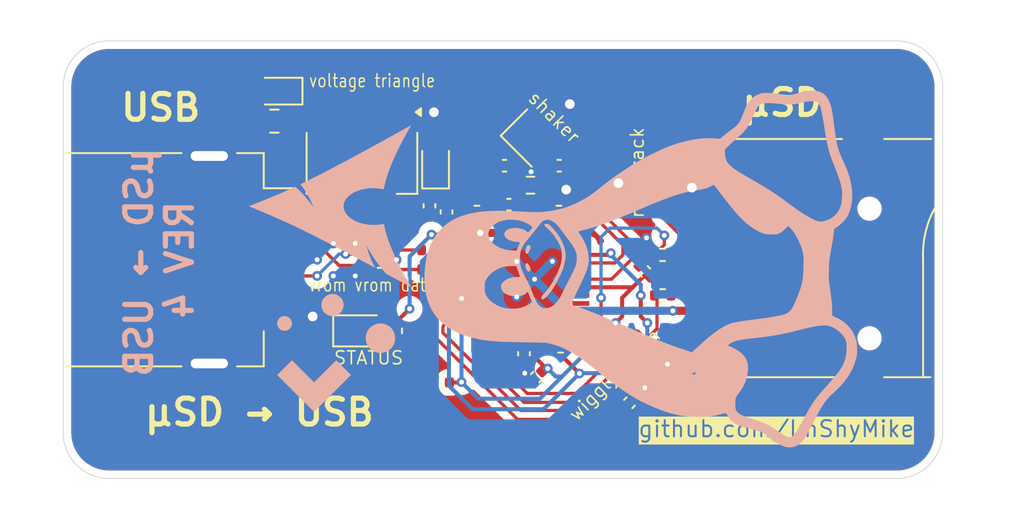
<source format=kicad_pcb>
(kicad_pcb (version 20241229) (generator "pcbnew") (generator_version "9.0")
  (layers (0 "F.Cu" signal) (2 "B.Cu" signal) (13 "F.Paste" user) (15 "B.Paste" user) (5 "F.SilkS" user "F.Silkscreen") (7 "B.SilkS" user "B.Silkscreen") (1 "F.Mask" user) (3 "B.Mask" user) (25 "Edge.Cuts" user))
  (net 0 "")
  (net 1 "GND")
  (net 2 "VDD3")
  (net 3 "Net-(IC1-VDD18)")
  (net 4 "Net-(IC1-VDD18PLL)")
  (net 5 "+3.3V")
  (net 6 "CRYSTAL2")
  (net 7 "CRYSTAL1")
  (net 8 "D+")
  (net 9 "Net-(J2-VBUS)")
  (net 10 "Net-(D2-A)")
  (net 11 "Net-(IC1-USB-)")
  (net 12 "Net-(IC1-RBIAS)")
  (net 13 "Net-(IC1-SD_WP)")
  (net 15 "SD_nCD")
  (net 17 "DAT0")
  (net 18 "SD_CMD")
  (net 19 "Net-(IC1-RESET_N)")
  (net 20 "DAT3")
  (net 22 "Net-(IC1-USB+)")
  (net 24 "DAT2")
  (net 28 "DAT1")
  (net 31 "Net-(IC1-LED)")
  (net 36 "VSS")
  (net 37 "SD_CLK")
  (net 39 "Net-(J1-CLK)")
  (net 40 "Net-(J1-CMD)")
  (net 41 "+5V")
  (net 42 "D-")
  (footprint "USBBB:QFN50P600X600X90-37N-D" (layer "F.Cu") (at 102.9 70.1)
    (property "Reference" "IC1" (hide yes))
    (property "Value" "USB2244I-AEZG-06-TR" (hide yes))
    (pad "1" smd rect (at -2.85 -2 90) (size 0.3 1.05) (layers "F.Cu" "F.Mask" "F.Paste") (net 31 "Net-(IC1-LED)"))
    (pad "2" smd rect (at -2.85 -1.5 90) (size 0.3 1.05) (layers "F.Cu" "F.Mask" "F.Paste") (net 22 "Net-(IC1-USB+)"))
    (pad "3" smd rect (at -2.85 -1 90) (size 0.3 1.05) (layers "F.Cu" "F.Mask" "F.Paste") (net 11 "Net-(IC1-USB-)"))
    (pad "4" smd rect (at -2.85 -0.5 90) (size 0.3 1.05) (layers "F.Cu" "F.Mask" "F.Paste") (net 28 "DAT1"))
    (pad "5" smd rect (at -2.85 0 90) (size 0.3 1.05) (layers "F.Cu" "F.Mask" "F.Paste") (net 17 "DAT0"))
    (pad "6" smd rect (at -2.85 0.5 90) (size 0.3 1.05) (layers "F.Cu" "F.Mask" "F.Paste") (net 2 "VDD3"))
    (pad "7" smd rect (at -2.85 1 90) (size 0.3 1.05) (layers "F.Cu" "F.Mask" "F.Paste"))
    (pad "8" smd rect (at -2.85 1.5 90) (size 0.3 1.05) (layers "F.Cu" "F.Mask" "F.Paste"))
    (pad "9" smd rect (at -2.85 2 90) (size 0.3 1.05) (layers "F.Cu" "F.Mask" "F.Paste") (net 37 "SD_CLK"))
    (pad "10" smd rect (at -2 2.85) (size 0.3 1.05) (layers "F.Cu" "F.Mask" "F.Paste"))
    (pad "11" smd rect (at -1.5 2.85) (size 0.3 1.05) (layers "F.Cu" "F.Mask" "F.Paste") (net 18 "SD_CMD"))
    (pad "12" smd rect (at -1 2.85) (size 0.3 1.05) (layers "F.Cu" "F.Mask" "F.Paste"))
    (pad "13" smd rect (at -0.5 2.85) (size 0.3 1.05) (layers "F.Cu" "F.Mask" "F.Paste") (net 3 "Net-(IC1-VDD18)"))
    (pad "14" smd rect (at 0 2.85) (size 0.3 1.05) (layers "F.Cu" "F.Mask" "F.Paste") (net 2 "VDD3"))
    (pad "15" smd rect (at 0.5 2.85) (size 0.3 1.05) (layers "F.Cu" "F.Mask" "F.Paste"))
    (pad "16" smd rect (at 1 2.85) (size 0.3 1.05) (layers "F.Cu" "F.Mask" "F.Paste"))
    (pad "17" smd rect (at 1.5 2.85) (size 0.3 1.05) (layers "F.Cu" "F.Mask" "F.Paste"))
    (pad "18" smd rect (at 2 2.85) (size 0.3 1.05) (layers "F.Cu" "F.Mask" "F.Paste") (net 19 "Net-(IC1-RESET_N)"))
    (pad "19" smd rect (at 2.85 2 90) (size 0.3 1.05) (layers "F.Cu" "F.Mask" "F.Paste"))
    (pad "20" smd rect (at 2.85 1.5 90) (size 0.3 1.05) (layers "F.Cu" "F.Mask" "F.Paste"))
    (pad "21" smd rect (at 2.85 1 90) (size 0.3 1.05) (layers "F.Cu" "F.Mask" "F.Paste"))
    (pad "22" smd rect (at 2.85 0.5 90) (size 0.3 1.05) (layers "F.Cu" "F.Mask" "F.Paste") (net 2 "VDD3"))
    (pad "23" smd rect (at 2.85 0 90) (size 0.3 1.05) (layers "F.Cu" "F.Mask" "F.Paste") (net 20 "DAT3"))
    (pad "24" smd rect (at 2.85 -0.5 90) (size 0.3 1.05) (layers "F.Cu" "F.Mask" "F.Paste"))
    (pad "25" smd rect (at 2.85 -1 90) (size 0.3 1.05) (layers "F.Cu" "F.Mask" "F.Paste") (net 24 "DAT2"))
    (pad "26" smd rect (at 2.85 -1.5 90) (size 0.3 1.05) (layers "F.Cu" "F.Mask" "F.Paste") (net 15 "SD_nCD"))
    (pad "27" smd rect (at 2.85 -2 90) (size 0.3 1.05) (layers "F.Cu" "F.Mask" "F.Paste"))
    (pad "28" smd rect (at 2 -2.85) (size 0.3 1.05) (layers "F.Cu" "F.Mask" "F.Paste") (net 1 "GND"))
    (pad "29" smd rect (at 1.5 -2.85) (size 0.3 1.05) (layers "F.Cu" "F.Mask" "F.Paste"))
    (pad "30" smd rect (at 1 -2.85) (size 0.3 1.05) (layers "F.Cu" "F.Mask" "F.Paste") (net 13 "Net-(IC1-SD_WP)"))
    (pad "31" smd rect (at 0.5 -2.85) (size 0.3 1.05) (layers "F.Cu" "F.Mask" "F.Paste"))
    (pad "32" smd rect (at 0 -2.85) (size 0.3 1.05) (layers "F.Cu" "F.Mask" "F.Paste") (net 6 "CRYSTAL2"))
    (pad "33" smd rect (at -0.5 -2.85) (size 0.3 1.05) (layers "F.Cu" "F.Mask" "F.Paste") (net 7 "CRYSTAL1"))
    (pad "34" smd rect (at -1 -2.85) (size 0.3 1.05) (layers "F.Cu" "F.Mask" "F.Paste") (net 4 "Net-(IC1-VDD18PLL)"))
    (pad "35" smd rect (at -1.5 -2.85) (size 0.3 1.05) (layers "F.Cu" "F.Mask" "F.Paste") (net 12 "Net-(IC1-RBIAS)"))
    (pad "36" smd rect (at -2 -2.85) (size 0.3 1.05) (layers "F.Cu" "F.Mask" "F.Paste") (net 5 "+3.3V"))
    (pad "37" smd rect (at 0 0) (size 4.2 4.2) (layers "F.Cu" "F.Mask" "F.Paste") (net 36 "VSS"))
  )
  (footprint "Capacitor_SMD:C_0402_1005Metric" (layer "F.Cu") (at 102.25 74.7 -90)
    (property "Reference" "C6" (hide yes))
    (property "Value" "1uF >0.1O")
    (pad "1" smd roundrect (at -0.48 0 270) (size 0.56 0.62) (layers "F.Cu" "F.Mask" "F.Paste") (net 3 "Net-(IC1-VDD18)"))
    (pad "2" smd roundrect (at 0.48 0 270) (size 0.56 0.62) (layers "F.Cu" "F.Mask" "F.Paste") (net 1 "GND"))
  )
  (footprint "Crystal:Crystal_SMD_2016-4Pin_2.0x1.6mm" (layer "F.Cu") (at 102.583883 61.393934 -45)
    (property "Reference" "Y2" (hide yes))
    (property "Value" "Crystal 24MHz (±350 ppm)" (hide yes))
    (pad "1" smd rect (at -0.7 0.55 315) (size 0.9 0.8) (layers "F.Cu" "F.Mask" "F.Paste") (net 7 "CRYSTAL1"))
    (pad "2" smd rect (at 0.7 0.55 315) (size 0.9 0.8) (layers "F.Cu" "F.Mask" "F.Paste") (net 1 "GND"))
    (pad "3" smd rect (at 0.7 -0.55 315) (size 0.9 0.8) (layers "F.Cu" "F.Mask" "F.Paste") (net 6 "CRYSTAL2"))
    (pad "4" smd rect (at -0.7 -0.55 315) (size 0.9 0.8) (layers "F.Cu" "F.Mask" "F.Paste") (net 1 "GND"))
  )
  (footprint "Resistor_SMD:R_0603_1608Metric" (layer "F.Cu") (at 102.65 64.3 180)
    (property "Reference" "R1" (hide yes))
    (property "Value" "1M")
    (pad "1" smd roundrect (at -0.825 0 180) (size 0.8 0.95) (layers "F.Cu" "F.Mask" "F.Paste") (net 6 "CRYSTAL2"))
    (pad "2" smd roundrect (at 0.825 0 180) (size 0.8 0.95) (layers "F.Cu" "F.Mask" "F.Paste") (net 7 "CRYSTAL1"))
  )
  (footprint "Capacitor_SMD:C_0402_1005Metric" (layer "F.Cu") (at 96.425 65.575 -90)
    (property "Reference" "C9" (hide yes))
    (property "Value" "10uF")
    (pad "1" smd roundrect (at -0.48 0 270) (size 0.56 0.62) (layers "F.Cu" "F.Mask" "F.Paste") (net 1 "GND"))
    (pad "2" smd roundrect (at 0.48 0 270) (size 0.56 0.62) (layers "F.Cu" "F.Mask" "F.Paste") (net 5 "+3.3V"))
  )
  (footprint "Capacitor_SMD:C_0402_1005Metric" (layer "F.Cu") (at 101.32 65.5 180)
    (property "Reference" "C7" (hide yes))
    (property "Value" "1uF >0.1O")
    (pad "1" smd roundrect (at -0.48 0 180) (size 0.56 0.62) (layers "F.Cu" "F.Mask" "F.Paste") (net 4 "Net-(IC1-VDD18PLL)"))
    (pad "2" smd roundrect (at 0.48 0 180) (size 0.56 0.62) (layers "F.Cu" "F.Mask" "F.Paste") (net 1 "GND"))
  )
  (footprint "Capacitor_Tantalum_SMD:CP_EIA-1608-08_AVX-J" (layer "F.Cu") (at 87.075 58.5 180)
    (property "Reference" "C1" (hide yes))
    (property "Value" "10u")
    (pad "1" smd roundrect (at -0.715 0 180) (size 1.09 1.13) (layers "F.Cu" "F.Mask" "F.Paste") (roundrect_rratio 0.229358) (net 41 "+5V"))
    (pad "2" smd roundrect (at 0.715 0 180) (size 1.09 1.13) (layers "F.Cu" "F.Mask" "F.Paste") (roundrect_rratio 0.229358) (net 1 "GND"))
  )
  (footprint "Resistor_SMD:R_0402_1005Metric" (layer "F.Cu") (at 104.5 74.25)
    (property "Reference" "R8" (hide yes))
    (property "Value" "10k")
    (pad "1" smd roundrect (at -0.51 0) (size 0.54 0.64) (layers "F.Cu" "F.Mask" "F.Paste") (net 5 "+3.3V"))
    (pad "2" smd roundrect (at 0.51 0) (size 0.54 0.64) (layers "F.Cu" "F.Mask" "F.Paste") (net 19 "Net-(IC1-RESET_N)"))
  )
  (footprint "Resistor_SMD:R_0402_1005Metric" (layer "F.Cu") (at 96.45 69.5)
    (property "Reference" "R5" (hide yes))
    (property "Value" "15")
    (pad "1" smd roundrect (at -0.51 0) (size 0.54 0.64) (layers "F.Cu" "F.Mask" "F.Paste") (net 42 "D-"))
    (pad "2" smd roundrect (at 0.51 0) (size 0.54 0.64) (layers "F.Cu" "F.Mask" "F.Paste") (net 11 "Net-(IC1-USB-)"))
  )
  (footprint "Capacitor_SMD:C_0402_1005Metric" (layer "F.Cu") (at 108.75 77.725 -135)
    (property "Reference" "C10" (hide yes))
    (property "Value" "0.1uF")
    (pad "1" smd roundrect (at -0.48 0 225) (size 0.56 0.62) (layers "F.Cu" "F.Mask" "F.Paste") (net 5 "+3.3V"))
    (pad "2" smd roundrect (at 0.48 0 225) (size 0.56 0.62) (layers "F.Cu" "F.Mask" "F.Paste") (net 1 "GND"))
  )
  (footprint "Capacitor_SMD:C_0402_1005Metric" (layer "F.Cu") (at 101.05 63.1)
    (property "Reference" "C12" (hide yes))
    (property "Value" "Ceramic 12 pF ± 5%")
    (pad "1" smd roundrect (at -0.48 0) (size 0.56 0.62) (layers "F.Cu" "F.Mask" "F.Paste") (net 1 "GND"))
    (pad "2" smd roundrect (at 0.48 0) (size 0.56 0.62) (layers "F.Cu" "F.Mask" "F.Paste") (net 7 "CRYSTAL1"))
  )
  (footprint "Fuse:Fuse_0805_2012Metric" (layer "F.Cu") (at 86.8625 60.35)
    (property "Reference" "F1" (hide yes))
    (property "Value" "Polyfuse")
    (pad "1" smd roundrect (at -0.9375 0) (size 0.975 1.4) (layers "F.Cu" "F.Mask" "F.Paste") (net 9 "Net-(J2-VBUS)"))
    (pad "2" smd roundrect (at 0.9375 0) (size 0.975 1.4) (layers "F.Cu" "F.Mask" "F.Paste") (net 41 "+5V"))
  )
  (footprint "Capacitor_SMD:C_0402_1005Metric" (layer "F.Cu") (at 104.42 63.1)
    (property "Reference" "C11" (hide yes))
    (property "Value" "Ceramic 12 pF ± 5%")
    (pad "1" smd roundrect (at -0.48 0) (size 0.56 0.62) (layers "F.Cu" "F.Mask" "F.Paste") (net 6 "CRYSTAL2"))
    (pad "2" smd roundrect (at 0.48 0) (size 0.56 0.62) (layers "F.Cu" "F.Mask" "F.Paste") (net 1 "GND"))
  )
  (footprint "Resistor_SMD:R_0402_1005Metric" (layer "F.Cu") (at 110.8 71.1)
    (property "Reference" "R2" (hide yes))
    (property "Value" "90")
    (pad "1" smd roundrect (at -0.51 0) (size 0.54 0.64) (layers "F.Cu" "F.Mask" "F.Paste") (net 37 "SD_CLK"))
    (pad "2" smd roundrect (at 0.51 0) (size 0.54 0.64) (layers "F.Cu" "F.Mask" "F.Paste") (net 39 "Net-(J1-CLK)"))
  )
  (footprint "LED_SMD:LED_0805_2012Metric" (layer "F.Cu") (at 92.175 73.29)
    (property "Reference" "D2" (hide yes))
    (property "Value" "LED")
    (pad "1" smd roundrect (at -0.9375 0) (size 0.975 1.4) (layers "F.Cu" "F.Mask" "F.Paste") (net 1 "GND"))
    (pad "2" smd roundrect (at 0.9375 0) (size 0.975 1.4) (layers "F.Cu" "F.Mask" "F.Paste") (net 10 "Net-(D2-A)"))
  )
  (footprint "Resistor_SMD:R_0402_1005Metric" (layer "F.Cu") (at 104.4 65.95)
    (property "Reference" "R9" (hide yes))
    (property "Value" "10k")
    (pad "1" smd roundrect (at -0.51 0) (size 0.54 0.64) (layers "F.Cu" "F.Mask" "F.Paste") (net 13 "Net-(IC1-SD_WP)"))
    (pad "2" smd roundrect (at 0.51 0) (size 0.54 0.64) (layers "F.Cu" "F.Mask" "F.Paste") (net 1 "GND"))
  )
  (footprint "Capacitor_SMD:C_0402_1005Metric" (layer "F.Cu") (at 97.475 65.95 90)
    (property "Reference" "C8" (hide yes))
    (property "Value" "1uF >0.1O")
    (pad "1" smd roundrect (at -0.48 0 90) (size 0.56 0.62) (layers "F.Cu" "F.Mask" "F.Paste") (net 5 "+3.3V"))
    (pad "2" smd roundrect (at 0.48 0 90) (size 0.56 0.62) (layers "F.Cu" "F.Mask" "F.Paste") (net 1 "GND"))
  )
  (footprint "Random:TF-015" (layer "F.Cu") (at 113.05 68.8 90)
    (property "Reference" "J1" (hide yes))
    (property "Value" "Micro_SD_Card_Det1")
    (pad "" np_thru_hole circle (at -4.95 10.5 90) (size 1 1) (drill 1) (layers "*.Cu" "*.Mask"))
    (pad "" np_thru_hole circle (at 3.05 10.5 90) (size 1 1) (drill 1) (layers "*.Cu" "*.Mask"))
    (pad "1" smd rect (at 2.25 0 90) (size 0.7 1.6) (layers "F.Cu" "F.Mask" "F.Paste") (net 24 "DAT2"))
    (pad "2" smd rect (at 1.15 0 90) (size 0.7 1.6) (layers "F.Cu" "F.Mask" "F.Paste") (net 20 "DAT3"))
    (pad "3" smd rect (at 0.05 0 90) (size 0.7 1.6) (layers "F.Cu" "F.Mask" "F.Paste") (net 40 "Net-(J1-CMD)"))
    (pad "4" smd rect (at -1.05 0 90) (size 0.7 1.6) (layers "F.Cu" "F.Mask" "F.Paste") (net 2 "VDD3"))
    (pad "5" smd rect (at -2.15 0 90) (size 0.7 1.6) (layers "F.Cu" "F.Mask" "F.Paste") (net 39 "Net-(J1-CLK)"))
    (pad "6" smd rect (at -3.25 0 90) (size 0.7 1.6) (layers "F.Cu" "F.Mask" "F.Paste") (net 36 "VSS"))
    (pad "7" smd rect (at -4.35 0 90) (size 0.7 1.6) (layers "F.Cu" "F.Mask" "F.Paste") (net 17 "DAT0"))
    (pad "8" smd rect (at -5.45 0 90) (size 0.7 1.6) (layers "F.Cu" "F.Mask" "F.Paste") (net 28 "DAT1"))
    (pad "9" smd rect (at -6.55 0 90) (size 0.7 1.6) (layers "F.Cu" "F.Mask" "F.Paste") (net 15 "SD_nCD"))
    (pad "10" smd rect (at -7.75 0.5 90) (size 1.2 1.4) (layers "F.Cu" "F.Mask" "F.Paste") (net 1 "GND"))
    (pad "10" smd rect (at -7.75 10.1 90) (size 1.2 2.2) (layers "F.Cu" "F.Mask" "F.Paste") (net 1 "GND"))
    (pad "10" smd rect (at 6.85 0.5 90) (size 1.6 1.4) (layers "F.Cu" "F.Mask" "F.Paste") (net 1 "GND"))
    (pad "10" smd rect (at 7.75 10.1 90) (size 1.2 2.2) (layers "F.Cu" "F.Mask" "F.Paste") (net 1 "GND"))
  )
  (footprint "Resistor_SMD:R_0402_1005Metric" (layer "F.Cu") (at 99.35 65.95 180)
    (property "Reference" "R6" (hide yes))
    (property "Value" "12k 1%")
    (pad "1" smd roundrect (at -0.51 0 180) (size 0.54 0.64) (layers "F.Cu" "F.Mask" "F.Paste") (net 12 "Net-(IC1-RBIAS)"))
    (pad "2" smd roundrect (at 0.51 0 180) (size 0.54 0.64) (layers "F.Cu" "F.Mask" "F.Paste") (net 1 "GND"))
  )
  (footprint "Capacitor_SMD:C_0402_1005Metric" (layer "F.Cu") (at 103.010589 76.139411 45)
    (property "Reference" "C3" (hide yes))
    (property "Value" "0.1uF")
    (pad "1" smd roundrect (at -0.48 0 45) (size 0.56 0.62) (layers "F.Cu" "F.Mask" "F.Paste") (net 1 "GND"))
    (pad "2" smd roundrect (at 0.48 0 45) (size 0.56 0.62) (layers "F.Cu" "F.Mask" "F.Paste") (net 2 "VDD3"))
  )
  (footprint "Connector_USB:USB_A_Receptacle_GCT_USB1046" (layer "F.Cu") (at 79.3 68.9 -90)
    (property "Reference" "J2" (hide yes))
    (property "Value" "USB_A")
    (pad "1" smd roundrect (at -3.5 -7.25 270) (size 1.3 3) (layers "F.Cu" "F.Mask" "F.Paste") (net 9 "Net-(J2-VBUS)"))
    (pad "2" smd roundrect (at -1 -7.25 270) (size 1.3 3) (layers "F.Cu" "F.Mask" "F.Paste") (net 42 "D-"))
    (pad "3" smd roundrect (at 1 -7.25 270) (size 1.3 3) (layers "F.Cu" "F.Mask" "F.Paste") (net 8 "D+"))
    (pad "4" smd roundrect (at 3.5 -7.25 270) (size 1.3 3) (layers "F.Cu" "F.Mask" "F.Paste") (net 1 "GND"))
    (pad "5" thru_hole oval (at -6.4 -3.55 270) (size 1.2 2.9) (drill oval 0.6 2.3) (property pad_prop_heatsink) (layers "*.Cu" "*.Mask") (net 1 "GND"))
    (pad "5" thru_hole oval (at 6.4 -3.55 270) (size 1.2 2.9) (drill oval 0.6 2.3) (property pad_prop_heatsink) (layers "*.Cu" "*.Mask") (net 1 "GND"))
  )
  (footprint "Resistor_SMD:R_0402_1005Metric" (layer "F.Cu") (at 94.35 73.29 90)
    (property "Reference" "R7" (hide yes))
    (property "Value" "1k")
    (pad "1" smd roundrect (at -0.51 0 90) (size 0.54 0.64) (layers "F.Cu" "F.Mask" "F.Paste") (net 10 "Net-(D2-A)"))
    (pad "2" smd roundrect (at 0.51 0 90) (size 0.54 0.64) (layers "F.Cu" "F.Mask" "F.Paste") (net 31 "Net-(IC1-LED)"))
  )
  (footprint "Capacitor_SMD:C_0402_1005Metric" (layer "F.Cu") (at 97.175 76.475 180)
    (property "Reference" "C4" (hide yes))
    (property "Value" "0.1uF")
    (pad "1" smd roundrect (at -0.48 0 180) (size 0.56 0.62) (layers "F.Cu" "F.Mask" "F.Paste") (net 2 "VDD3"))
    (pad "2" smd roundrect (at 0.48 0 180) (size 0.56 0.62) (layers "F.Cu" "F.Mask" "F.Paste") (net 1 "GND"))
  )
  (footprint "Resistor_SMD:R_0402_1005Metric" (layer "F.Cu") (at 111.15 76.8)
    (property "Reference" "R10" (hide yes))
    (property "Value" "10k")
    (pad "1" smd roundrect (at -0.51 0) (size 0.54 0.64) (layers "F.Cu" "F.Mask" "F.Paste") (net 5 "+3.3V"))
    (pad "2" smd roundrect (at 0.51 0) (size 0.54 0.64) (layers "F.Cu" "F.Mask" "F.Paste") (net 15 "SD_nCD"))
  )
  (footprint "Capacitor_Tantalum_SMD:CP_EIA-1608-08_AVX-J" (layer "F.Cu") (at 96.8 62.985 90)
    (property "Reference" "C2" (hide yes))
    (property "Value" "22u")
    (pad "1" smd roundrect (at -0.715 0 90) (size 1.09 1.13) (layers "F.Cu" "F.Mask" "F.Paste") (roundrect_rratio 0.229358) (net 5 "+3.3V"))
    (pad "2" smd roundrect (at 0.715 0 90) (size 1.09 1.13) (layers "F.Cu" "F.Mask" "F.Paste") (roundrect_rratio 0.229358) (net 1 "GND"))
  )
  (footprint "Package_TO_SOT_SMD:SOT-223-3_TabPin2" (layer "F.Cu") (at 92.2625 62.925 -90)
    (property "Reference" "U1" (hide yes))
    (property "Value" "LM1117MP-3.3")
    (pad "1" smd roundrect (at -3.15 -2.3 270) (size 2 1.5) (layers "F.Cu" "F.Mask" "F.Paste") (net 1 "GND"))
    (pad "2" smd roundrect (at -3.15 0 270) (size 2 1.5) (layers "F.Cu" "F.Mask" "F.Paste") (net 5 "+3.3V"))
    (pad "2" smd roundrect (at 3.15 0 270) (size 2 3.8) (layers "F.Cu" "F.Mask" "F.Paste") (net 5 "+3.3V"))
    (pad "3" smd roundrect (at -3.15 2.3 270) (size 2 1.5) (layers "F.Cu" "F.Mask" "F.Paste") (net 41 "+5V"))
  )
  (footprint "Resistor_SMD:R_0402_1005Metric" (layer "F.Cu") (at 96.45 68.3)
    (property "Reference" "R4" (hide yes))
    (property "Value" "15")
    (pad "1" smd roundrect (at -0.51 0) (size 0.54 0.64) (layers "F.Cu" "F.Mask" "F.Paste") (net 8 "D+"))
    (pad "2" smd roundrect (at 0.51 0) (size 0.54 0.64) (layers "F.Cu" "F.Mask" "F.Paste") (net 22 "Net-(IC1-USB+)"))
  )
  (footprint "Capacitor_SMD:C_0402_1005Metric" (layer "F.Cu") (at 109.7 69.623726 135)
    (property "Reference" "C5" (hide yes))
    (property "Value" "0.1uF")
    (pad "1" smd roundrect (at -0.48 0 135) (size 0.56 0.62) (layers "F.Cu" "F.Mask" "F.Paste") (net 2 "VDD3"))
    (pad "2" smd roundrect (at 0.48 0 135) (size 0.56 0.62) (layers "F.Cu" "F.Mask" "F.Paste") (net 1 "GND"))
  )
  (footprint "ESDDD:SOTFL35P100X50-3N" (layer "F.Cu") (at 93.2 68.9)
    (property "Reference" "D1" (hide yes))
    (property "Value" "TPD2EUSB30DRTR")
    (pad "1" smd roundrect (at -0.52 -0.35) (size 0.46 0.2) (layers "F.Cu" "F.Mask" "F.Paste") (roundrect_rratio 0.125) (net 8 "D+"))
    (pad "2" smd roundrect (at -0.52 0.35) (size 0.46 0.2) (layers "F.Cu" "F.Mask" "F.Paste") (roundrect_rratio 0.125) (net 42 "D-"))
    (pad "3" smd roundrect (at 0.52 0) (size 0.46 0.2) (layers "F.Cu" "F.Mask" "F.Paste") (roundrect_rratio 0.125) (net 1 "GND"))
  )
  (footprint "Resistor_SMD:R_0402_1005Metric" (layer "F.Cu") (at 110.79 68.6)
    (property "Reference" "R3" (hide yes))
    (property "Value" "10k")
    (pad "1" smd roundrect (at -0.51 0) (size 0.54 0.64) (layers "F.Cu" "F.Mask" "F.Paste") (net 18 "SD_CMD"))
    (pad "2" smd roundrect (at 0.51 0) (size 0.54 0.64) (layers "F.Cu" "F.Mask" "F.Paste") (net 40 "Net-(J1-CMD)"))
  )
  (footprint "LOGO" (layer "B.Cu") (at 90.3 65.6 -90)
    (property "Reference" "G***" (hide yes))
    (property "Value" "LOGO" (hide yes))
  )
  (footprint "LOGO" (layer "B.Cu") (at 90.675 74.65 -90)
    (property "Reference" "G***" (hide yes))
    (property "Value" "LOGO" (hide yes))
  )
  (footprint "LOGO" (layer "B.Cu") (at 109.45 69.475 -90)
    (property "Reference" "G***" (hide yes))
    (property "Value" "LOGO" (hide yes))
  )
  (gr_arc (start 128.05 79.575) (mid 127.222577 81.572577) (end 125.225 82.4) (stroke (width 0.05)) (layer "Edge.Cuts"))
  (gr_arc (start 125.225 55.4) (mid 127.222577 56.227423) (end 128.05 58.225) (stroke (width 0.05)) (layer "Edge.Cuts"))
  (gr_arc (start 73.847577 58.222577) (mid 74.675 56.225) (end 76.672577 55.397577) (stroke (width 0.05)) (layer "Edge.Cuts"))
  (gr_line (start 125.225 55.4) (end 76.672577 55.4) (stroke (width 0.05)) (layer "Edge.Cuts"))
  (gr_line (start 76.6726 82.4) (end 125.225 82.4) (stroke (width 0.05)) (layer "Edge.Cuts"))
  (gr_line (start 73.847577 58.2226) (end 73.847577 79.575) (stroke (width 0.05)) (layer "Edge.Cuts"))
  (gr_line (start 128.05 79.575) (end 128.05 58.225) (stroke (width 0.05)) (layer "Edge.Cuts"))
  (gr_arc (start 76.672577 82.4) (mid 74.675 81.572577) (end 73.847577 79.575) (stroke (width 0.05)) (layer "Edge.Cuts"))
  (gr_text "µSD → USB" (at 78.725 79.25 0) (layer "F.SilkS") (effects (font (size 1.6 1.6) (thickness 0.32) (bold yes)) (justify left bottom)))
  (gr_text "vrom vrom data line" (at 88.9 70.925 0) (layer "F.SilkS") (effects (font (size 0.8 0.65) (thickness 0.0875)) (justify left bottom)))
  (gr_text "STATUS" (at 90.475 75.425 0) (layer "F.SilkS") (effects (font (size 0.8 0.8) (thickness 0.1)) (justify left bottom)))
  (gr_text "µSD" (at 115.55 60.15 0) (layer "F.SilkS") (effects (font (size 1.6 1.6) (thickness 0.32) (bold yes)) (justify left bottom)))
  (gr_text "shaker" (at 102.35 59 315) (layer "F.SilkS") (effects (font (size 0.8 0.8) (thickness 0.1)) (justify left bottom)))
  (gr_text "wiggly worm" (at 105.5 79 45) (layer "F.SilkS") (effects (font (size 0.8 0.8) (thickness 0.1)) (justify left bottom)))
  (gr_text "racetrack" (at 109.7 66.4 90) (layer "F.SilkS") (effects (font (size 0.8 0.8) (thickness 0.1)) (justify left bottom)))
  (gr_text "USB" (at 77.25 60.45 0) (layer "F.SilkS") (effects (font (size 1.6 1.6) (thickness 0.32) (bold yes)) (justify left bottom)))
  (gr_text "voltage triangle" (at 88.95 58.325 0) (layer "F.SilkS") (effects (font (size 0.8 0.65) (thickness 0.0875)) (justify left bottom)))
  (gr_text "github.com/ImShyMike" (at 109.225 79.925 0) (layer "F.SilkS" knockout) (effects (font (size 1 1) (thickness 0.125)) (justify left bottom)))
  (gr_text "REV 4" (at 81.96 68.9 90) (layer "B.SilkS") (effects (font (size 1.6 1.6) (thickness 0.32) (bold yes)) (justify bottom mirror)))
  (gr_text "µSD → USB" (at 79.45 61.85 90) (layer "B.SilkS") (effects (font (size 1.6 1.6) (thickness 0.32) (bold yes)) (justify left bottom mirror)))
  (segment (start 102.298726 75.901274) (end 102.25 75.852548) (width 0.2) (layer "F.Cu") (net 1))
  (segment (start 104.91 65.95) (end 105.001 66.041) (width 0.5) (layer "F.Cu") (net 1))
  (segment (start 93.72 68.9) (end 94.4 68.9) (width 0.25) (layer "F.Cu") (net 1))
  (segment (start 102.298726 75.901274) (end 102.298726 76.10637) (width 0.2) (layer "F.Cu") (net 1))
  (segment (start 102.298726 76.10637) (end 102.671178 76.478822) (width 0.2) (layer "F.Cu") (net 1))
  (segment (start 109.8 67.55) (end 109.473726 67.876274) (width 0.25) (layer "F.Cu") (net 1))
  (segment (start 102.25 75.852548) (end 102.25 75.18) (width 0.2) (layer "F.Cu") (net 1))
  (segment (start 109.473726 67.876274) (end 109.473726 69.397452) (width 0.25) (layer "F.Cu") (net 1))
  (segment (start 105.001 66.041) (end 105.001 67.25) (width 0.5) (layer "F.Cu") (net 1))
  (segment (start 86.55 72.4) (end 89.225 72.4) (width 1) (layer "F.Cu") (net 1))
  (via (at 96.7 59.8) (size 1.2) (drill 0.6) (layers "F.Cu" "B.Cu") (net 1))
  (via (at 105.075 59.3) (size 1.2) (drill 0.6) (layers "F.Cu" "B.Cu") (net 1))
  (via (at 109.8 67.55) (size 0.6) (drill 0.3) (layers "F.Cu" "B.Cu") (net 1))
  (via (at 102.689949 63.475) (size 0.6) (drill 0.3) (layers "F.Cu" "B.Cu") (net 1))
  (via (at 112.6 64.45) (size 1.2) (drill 0.6) (layers "F.Cu" "B.Cu") (net 1))
  (via (at 104.85 64.575) (size 1.2) (drill 0.6) (layers "F.Cu" "B.Cu") (net 1))
  (via (at 91.85 69.9) (size 0.6) (drill 0.3) (layers "F.Cu" "B.Cu") (net 1))
  (via (at 91.85 67.9) (size 0.6) (drill 0.3) (layers "F.Cu" "B.Cu") (net 1))
  (via (at 89.5 68.9) (size 0.6) (drill 0.3) (layers "F.Cu" "B.Cu") (net 1))
  (via (at 90.5 67.9) (size 0.6) (drill 0.3) (layers "F.Cu" "B.Cu") (net 1))
  (via (at 94.4 68.9) (size 0.6) (drill 0.3) (layers "F.Cu" "B.Cu") (net 1))
  (via (at 89.225 72.4) (size 1.2) (drill 0.6) (layers "F.Cu" "B.Cu") (net 1))
  (via (at 90.5 69.9) (size 0.6) (drill 0.3) (layers "F.Cu" "B.Cu") (net 1))
  (via (at 102.298726 75.901274) (size 0.6) (drill 0.3) (layers "F.Cu" "B.Cu") (net 1))
  (via (at 108.075 64.175) (size 1.2) (drill 0.6) (layers "F.Cu" "B.Cu") (net 1))
  (segment (start 108.3 72.4) (end 108.3 71.25) (width 0.25) (layer "F.Cu") (net 2))
  (segment (start 97.655 76.475) (end 98.375 76.475) (width 0.25) (layer "F.Cu") (net 2))
  (segment (start 105.75 70.6) (end 108.95 70.6) (width 0.25) (layer "F.Cu") (net 2))
  (segment (start 103.616443 75.611347) (end 103.152548 75.147452) (width 0.25) (layer "F.Cu") (net 2))
  (segment (start 98.4 71.285212) (end 99.085212 70.6) (width 0.2) (layer "F.Cu") (net 2))
  (segment (start 109.7 69.85) (end 113.05 69.85) (width 0.25) (layer "F.Cu") (net 2))
  (segment (start 107.9 72.8) (end 108.3 72.4) (width 0.25) (layer "F.Cu") (net 2))
  (segment (start 108.3 71.25) (end 109.1 70.45) (width 0.25) (layer "F.Cu") (net 2))
  (segment (start 103.326274 76.000237) (end 103.715164 75.611347) (width 0.2) (layer "F.Cu") (net 2))
  (segment (start 109.1 70.45) (end 109.7 69.85) (width 0.25) (layer "F.Cu") (net 2))
  (segment (start 102.9 72.95) (end 102.9 74.894904) (width 0.25) (layer "F.Cu") (net 2))
  (segment (start 102.9 74.894904) (end 103.152548 75.147452) (width 0.25) (layer "F.Cu") (net 2))
  (segment (start 103.715164 75.611347) (end 103.616443 75.611347) (width 0.25) (layer "F.Cu") (net 2))
  (segment (start 108.95 70.6) (end 109.1 70.45) (width 0.2) (layer "F.Cu") (net 2))
  (segment (start 99.085212 70.6) (end 100.05 70.6) (width 0.2) (layer "F.Cu") (net 2))
  (segment (start 98.375 76.475) (end 98.4 76.45) (width 0.25) (layer "F.Cu") (net 2))
  (via (at 103.715164 75.611347) (size 0.6) (drill 0.3) (layers "F.Cu" "B.Cu") (net 2))
  (via (at 98.4 76.45) (size 0.6) (drill 0.3) (layers "F.Cu" "B.Cu") (net 2))
  (via (at 107.9 72.8) (size 0.6) (drill 0.3) (layers "F.Cu" "B.Cu") (net 2))
  (via (at 98.4 71.285212) (size 0.6) (drill 0.3) (layers "F.Cu" "B.Cu") (net 2))
  (segment (start 104.203818 76.1) (end 104.6 76.1) (width 0.25) (layer "B.Cu") (net 2))
  (segment (start 104.176909 76.073091) (end 103.715164 75.611347) (width 0.25) (layer "B.Cu") (net 2))
  (segment (start 103.226 77.474) (end 104.6 76.1) (width 0.25) (layer "B.Cu") (net 2))
  (segment (start 98.4 71.285212) (end 98.4 76.45) (width 0.25) (layer "B.Cu") (net 2))
  (segment (start 107.9 72.8) (end 104.6 76.1) (width 0.25) (layer "B.Cu") (net 2))
  (segment (start 104.203817 76.1) (end 104.176909 76.073091) (width 0.25) (layer "B.Cu") (net 2))
  (segment (start 99.424 77.474) (end 103.226 77.474) (width 0.25) (layer "B.Cu") (net 2))
  (segment (start 98.4 76.45) (end 99.424 77.474) (width 0.25) (layer "B.Cu") (net 2))
  (segment (start 104.176909 76.073091) (end 104.203818 76.1) (width 0.25) (layer "B.Cu") (net 2))
  (segment (start 102.4 72.95) (end 102.4 74.07) (width 0.25) (layer "F.Cu") (net 3))
  (segment (start 101.9 67.25) (end 101.9 65.6) (width 0.25) (layer "F.Cu") (net 4))
  (segment (start 98.087075 67.25) (end 96.912075 66.075) (width 0.5) (layer "F.Cu") (net 5))
  (segment (start 99.55 67.25) (end 100.799 67.25) (width 0.5) (layer "F.Cu") (net 5))
  (segment (start 92.2625 62.68) (end 92.2625 66.075) (width 0.5) (layer "F.Cu") (net 5))
  (segment (start 109.114411 77.385589) (end 109.7 76.8) (width 0.25) (layer "F.Cu") (net 5))
  (segment (start 92.2625 59.775) (end 92.2625 66.075) (width 1) (layer "F.Cu") (net 5))
  (segment (start 104 74.25) (end 105.666942 75.916942) (width 0.25) (layer "F.Cu") (net 5))
  (segment (start 99.55 67.25) (end 98.087075 67.25) (width 0.5) (layer "F.Cu") (net 5))
  (segment (start 96.912075 66.075) (end 92.9125 66.075) (width 0.5) (layer "F.Cu") (net 5))
  (segment (start 92.3025 62.64) (end 92.2625 62.68) (width 0.5) (layer "F.Cu") (net 5))
  (segment (start 96.8 63.7) (end 94.6375 63.7) (width 0.5) (layer "F.Cu") (net 5))
  (segment (start 94.6375 63.7) (end 92.2625 66.075) (width 0.5) (layer "F.Cu") (net 5))
  (segment (start 109.7 76.8) (end 110.64 76.8) (width 0.25) (layer "F.Cu") (net 5))
  (via (at 105.666942 75.916942) (size 0.6) (drill 0.3) (layers "F.Cu" "B.Cu") (net 5))
  (via (at 109.7 76.8) (size 0.6) (drill 0.3) (layers "F.Cu" "B.Cu") (net 5))
  (via (at 99.55 67.25) (size 0.8) (drill 0.4) (layers "F.Cu" "B.Cu") (net 5))
  (segment (start 99.075 78.125) (end 97.625 76.675) (width 0.25) (layer "B.Cu") (net 5))
  (segment (start 105.683884 75.9) (end 105.666942 75.916942) (width 0.25) (layer "B.Cu") (net 5))
  (segment (start 97.625 69.175) (end 99.55 67.25) (width 0.25) (layer "B.Cu") (net 5))
  (segment (start 97.625 76.675) (end 97.625 69.175) (width 0.25) (layer "B.Cu") (net 5))
  (segment (start 105.666942 75.916942) (end 103.458884 78.125) (width 0.25) (layer "B.Cu") (net 5))
  (segment (start 103.458884 78.125) (end 99.075 78.125) (width 0.25) (layer "B.Cu") (net 5))
  (segment (start 108.75 75.9) (end 105.683884 75.9) (width 0.25) (layer "B.Cu") (net 5))
  (segment (start 109.7 76.8) (end 109.65 76.8) (width 0.25) (layer "B.Cu") (net 5))
  (segment (start 109.65 76.8) (end 108.75 75.9) (width 0.25) (layer "B.Cu") (net 5))
  (segment (start 103.785964 63.989036) (end 103.785964 61.818198) (width 0.2) (layer "F.Cu") (net 6))
  (segment (start 103.785964 61.818198) (end 103.467766 61.5) (width 0.2) (layer "F.Cu") (net 6))
  (segment (start 102.9 64.875) (end 103.475 64.3) (width 0.2) (layer "F.Cu") (net 6))
  (segment (start 103.475 64.3) (end 103.785964 63.989036) (width 0.2) (layer "F.Cu") (net 6))
  (segment (start 102.9 67.25) (end 102.9 64.875) (width 0.2) (layer "F.Cu") (net 6))
  (segment (start 101.7 64.175) (end 101.7 61.287868) (width 0.2) (layer "F.Cu") (net 7))
  (segment (start 102.4 64.875) (end 101.825 64.3) (width 0.2) (layer "F.Cu") (net 7))
  (segment (start 102.4 67.25) (end 102.4 64.875) (width 0.2) (layer "F.Cu") (net 7))
  (segment (start 89.5 69.9) (end 86.55 69.9) (width 0.2) (layer "F.Cu") (net 8))
  (segment (start 93.25 68.55) (end 93.5 68.3) (width 0.2) (layer "F.Cu") (net 8))
  (segment (start 92.68 68.55) (end 93.25 68.55) (width 0.2) (layer "F.Cu") (net 8))
  (segment (start 93.5 68.3) (end 95.94 68.3) (width 0.2) (layer "F.Cu") (net 8))
  (segment (start 91.25 68.55) (end 92.68 68.55) (width 0.2) (layer "F.Cu") (net 8))
  (via (at 89.5 69.9) (size 0.6) (drill 0.3) (layers "F.Cu" "B.Cu") (net 8))
  (via (at 91.25 68.55) (size 0.6) (drill 0.3) (layers "F.Cu" "B.Cu") (net 8))
  (segment (start 90.85 68.55) (end 89.5 69.9) (width 0.2) (layer "B.Cu") (net 8))
  (segment (start 91.25 68.55) (end 90.85 68.55) (width 0.2) (layer "B.Cu") (net 8))
  (segment (start 85.925 64.775) (end 86.55 65.4) (width 1) (layer "F.Cu") (net 9))
  (segment (start 85.925 60.35) (end 85.925 64.775) (width 1) (layer "F.Cu") (net 9))
  (segment (start 94.35 73.8) (end 93.6225 73.8) (width 0.25) (layer "F.Cu") (net 10))
  (segment (start 93.6225 73.8) (end 93.1125 73.29) (width 0.25) (layer "F.Cu") (net 10))
  (segment (start 97.36 69.1) (end 100.05 69.1) (width 0.2) (layer "F.Cu") (net 11))
  (segment (start 96.96 69.5) (end 97.36 69.1) (width 0.2) (layer "F.Cu") (net 11))
  (segment (start 100.11 66.2) (end 99.86 65.95) (width 0.25) (layer "F.Cu") (net 12))
  (segment (start 101.4 67.25) (end 101.4 66.423) (width 0.25) (layer "F.Cu") (net 12))
  (segment (start 101.177 66.2) (end 100.11 66.2) (width 0.25) (layer "F.Cu") (net 12))
  (segment (start 101.4 66.423) (end 101.177 66.2) (width 0.25) (layer "F.Cu") (net 12))
  (segment (start 103.9 67.25) (end 103.9 65.96) (width 0.25) (layer "F.Cu") (net 13))
  (segment (start 107.499265 68.6) (end 107.6 68.499265) (width 0.25) (layer "F.Cu") (net 15))
  (segment (start 105.75 68.6) (end 107.499265 68.6) (width 0.25) (layer "F.Cu") (net 15))
  (segment (start 109.45 72.4) (end 109.85 72.8) (width 0.25) (layer "F.Cu") (net 15))
  (segment (start 111.66 76.480001) (end 112.790001 75.35) (width 0.25) (layer "F.Cu") (net 15))
  (segment (start 111.66 76.8) (end 111.66 76.480001) (width 0.25) (layer "F.Cu") (net 15))
  (segment (start 111.1 75.35) (end 113.05 75.35) (width 0.25) (layer "F.Cu") (net 15))
  (segment (start 109.45 71.1) (end 109.45 72.4) (width 0.25) (layer "F.Cu") (net 15))
  (via (at 109.45 71.1) (size 0.6) (drill 0.3) (layers "F.Cu" "B.Cu") (net 15))
  (via (at 107.6 68.499265) (size 0.6) (drill 0.3) (layers "F.Cu" "B.Cu") (net 15))
  (via (at 111.1 75.35) (size 0.6) (drill 0.3) (layers "F.Cu" "B.Cu") (net 15))
  (via (at 109.85 72.8) (size 0.6) (drill 0.3) (layers "F.Cu" "B.Cu") (net 15))
  (segment (start 107.6 68.6) (end 107.6 68.499265) (width 0.25) (layer "B.Cu") (net 15))
  (segment (start 111.1 75.35) (end 109.85 74.1) (width 0.25) (layer "B.Cu") (net 15))
  (segment (start 109.85 74.1) (end 109.85 72.8) (width 0.25) (layer "B.Cu") (net 15))
  (segment (start 109.45 71.1) (end 109.45 70.45) (width 0.25) (layer "B.Cu") (net 15))
  (segment (start 109.45 70.45) (end 107.6 68.6) (width 0.25) (layer "B.Cu") (net 15))
  (segment (start 97.606 72.809) (end 97.574 72.809) (width 0.2) (layer "F.Cu") (net 17))
  (segment (start 100.05 70.1) (end 98.050057 70.1) (width 0.2) (layer "F.Cu") (net 17))
  (segment (start 97.574 71.999) (end 97.606 71.999) (width 0.2) (layer "F.Cu") (net 17))
  (segment (start 97.25 73.4) (end 102.05 78.2) (width 0.2) (layer "F.Cu") (net 17))
  (segment (start 98.050057 70.1) (end 97.25 70.900057) (width 0.2) (layer "F.Cu") (net 17))
  (segment (start 97.25 73.133) (end 97.25 73.4) (width 0.2) (layer "F.Cu") (net 17))
  (segment (start 106.2 78.2) (end 111.25 73.15) (width 0.2) (layer "F.Cu") (net 17))
  (segment (start 97.25 70.900057) (end 97.25 71.675) (width 0.2) (layer "F.Cu") (net 17))
  (segment (start 111.25 73.15) (end 113.05 73.15) (width 0.2) (layer "F.Cu") (net 17))
  (segment (start 97.93 72.323) (end 97.93 72.485) (width 0.2) (layer "F.Cu") (net 17))
  (segment (start 102.05 78.2) (end 106.2 78.2) (width 0.2) (layer "F.Cu") (net 17))
  (arc (start 97.25 71.675) (mid 97.344897 71.904103) (end 97.574 71.999) (width 0.2) (layer "F.Cu") (net 17))
  (arc (start 97.574 72.809) (mid 97.344897 72.903897) (end 97.25 73.133) (width 0.2) (layer "F.Cu") (net 17))
  (arc (start 97.606 71.999) (mid 97.835103 72.093897) (end 97.93 72.323) (width 0.2) (layer "F.Cu") (net 17))
  (arc (start 97.93 72.485) (mid 97.835103 72.714103) (end 97.606 72.809) (width 0.2) (layer "F.Cu") (net 17))
  (segment (start 106.704 74.904) (end 106.696 74.904) (width 0.2) (layer "F.Cu") (net 18))
  (segment (start 107 75.65) (end 107 75.2) (width 0.2) (layer "F.Cu") (net 18))
  (segment (start 110.9 67.98) (end 110.9 67.4) (width 0.2) (layer "F.Cu") (net 18))
  (segment (start 102.45 77.15) (end 105.5 77.15) (width 0.2) (layer "F.Cu") (net 18))
  (segment (start 101.4 76.1) (end 102.45 77.15) (width 0.2) (layer "F.Cu") (net 18))
  (segment (start 106.4 74.608) (end 106.4 74.46) (width 0.2) (layer "F.Cu") (net 18))
  (segment (start 107 73.128) (end 107 71.25) (width 0.2) (layer "F.Cu") (net 18))
  (segment (start 107.6 73.868) (end 107.6 73.72) (width 0.2) (layer "F.Cu") (net 18))
  (segment (start 107.304 73.424) (end 107.296 73.424) (width 0.2) (layer "F.Cu") (net 18))
  (segment (start 106.696 74.164) (end 107.304 74.164) (width 0.2) (layer "F.Cu") (net 18))
  (segment (start 110.28 68.6) (end 110.9 67.98) (width 0.2) (layer "F.Cu") (net 18))
  (segment (start 101.4 72.95) (end 101.4 76.1) (width 0.2) (layer "F.Cu") (net 18))
  (segment (start 105.5 77.15) (end 107 75.65) (width 0.2) (layer "F.Cu") (net 18))
  (via (at 110.9 67.4) (size 0.6) (drill 0.3) (layers "F.Cu" "B.Cu") (net 18))
  (via (at 107 71.25) (size 0.6) (drill 0.3) (layers "F.Cu" "B.Cu") (net 18))
  (arc (start 107.6 73.72) (mid 107.513304 73.510696) (end 107.304 73.424) (width 0.2) (layer "F.Cu") (net 18))
  (arc (start 106.4 74.46) (mid 106.486696 74.250696) (end 106.696 74.164) (width 0.2) (layer "F.Cu") (net 18))
  (arc (start 107.296 73.424) (mid 107.086696 73.337304) (end 107 73.128) (width 0.2) (layer "F.Cu") (net 18))
  (arc (start 107.304 74.164) (mid 107.513304 74.077304) (end 107.6 73.868) (width 0.2) (layer "F.Cu") (net 18))
  (arc (start 107 75.2) (mid 106.913304 74.990696) (end 106.704 74.904) (width 0.2) (layer "F.Cu") (net 18))
  (arc (start 106.696 74.904) (mid 106.486696 74.817304) (end 106.4 74.608) (width 0.2) (layer "F.Cu") (net 18))
  (segment (start 107 71.25) (end 107 67.5) (width 0.2) (layer "B.Cu") (net 18))
  (segment (start 107 67.5) (end 107.55 66.95) (width 0.2) (layer "B.Cu") (net 18))
  (segment (start 110.45 66.95) (end 110.9 67.4) (width 0.2) (layer "B.Cu") (net 18))
  (segment (start 107.55 66.95) (end 110.45 66.95) (width 0.2) (layer "B.Cu") (net 18))
  (segment (start 104.9 72.95) (end 104.9 74.14) (width 0.25) (layer "F.Cu") (net 19))
  (segment (start 110.7 66.2) (end 112.15 67.65) (width 0.2) (layer "F.Cu") (net 20))
  (segment (start 107.35 59.75) (end 109.85 59.75) (width 0.2) (layer "F.Cu") (net 20))
  (segment (start 106.4 60.7) (end 107.35 59.75) (width 0.2) (layer "F.Cu") (net 20))
  (segment (start 106.4 65.35) (end 106.4 60.7) (width 0.2) (layer "F.Cu") (net 20))
  (segment (start 112.15 67.65) (end 113.05 67.65) (width 0.2) (layer "F.Cu") (net 20))
  (segment (start 105.75 70.1) (end 107.65 70.1) (width 0.2) (layer "F.Cu") (net 20))
  (segment (start 108.9 68.85) (end 108.9 67.85) (width 0.2) (layer "F.Cu") (net 20))
  (segment (start 108.9 67.85) (end 106.4 65.35) (width 0.2) (layer "F.Cu") (net 20))
  (segment (start 110.7 60.6) (end 110.7 66.2) (width 0.2) (layer "F.Cu") (net 20))
  (segment (start 107.65 70.1) (end 108.9 68.85) (width 0.2) (layer "F.Cu") (net 20))
  (segment (start 109.85 59.75) (end 110.7 60.6) (width 0.2) (layer "F.Cu") (net 20))
  (segment (start 97.26 68.6) (end 100.05 68.6) (width 0.2) (layer "F.Cu") (net 22))
  (segment (start 96.96 68.3) (end 97.26 68.6) (width 0.2) (layer "F.Cu") (net 22))
  (segment (start 110.05 59.2) (end 107.15 59.2) (width 0.2) (layer "F.Cu") (net 24))
  (segment (start 108.349 67.999) (end 108.349 68.601) (width 0.2) (layer "F.Cu") (net 24))
  (segment (start 105.9 65.55) (end 108.349 67.999) (width 0.2) (layer "F.Cu") (net 24))
  (segment (start 111.2 60.35) (end 110.05 59.2) (width 0.2) (layer "F.Cu") (net 24))
  (segment (start 111.2 65.7329) (end 111.2 60.35) (width 0.2) (layer "F.Cu") (net 24))
  (segment (start 105.9 60.45) (end 105.9 65.55) (width 0.2) (layer "F.Cu") (net 24))
  (segment (start 108.349 68.601) (end 107.85 69.1) (width 0.2) (layer "F.Cu") (net 24))
  (segment (start 107.85 69.1) (end 105.75 69.1) (width 0.2) (layer "F.Cu") (net 24))
  (segment (start 107.15 59.2) (end 105.9 60.45) (width 0.2) (layer "F.Cu") (net 24))
  (segment (start 112.0171 66.55) (end 111.2 65.7329) (width 0.2) (layer "F.Cu") (net 24))
  (segment (start 113.05 66.55) (end 112.0171 66.55) (width 0.2) (layer "F.Cu") (net 24))
  (segment (start 101.85 78.75) (end 106.45 78.75) (width 0.2) (layer "F.Cu") (net 28))
  (segment (start 110.95 74.25) (end 113.05 74.25) (width 0.2) (layer "F.Cu") (net 28))
  (segment (start 100.05 69.6) (end 97.982957 69.6) (width 0.2) (layer "F.Cu") (net 28))
  (segment (start 96.849 70.733957) (end 96.849 73.749) (width 0.2) (layer "F.Cu") (net 28))
  (segment (start 97.982957 69.6) (end 96.849 70.733957) (width 0.2) (layer "F.Cu") (net 28))
  (segment (start 106.45 78.75) (end 110.95 74.25) (width 0.2) (layer "F.Cu") (net 28))
  (segment (start 96.849 73.749) (end 101.85 78.75) (width 0.2) (layer "F.Cu") (net 28))
  (segment (start 97.125 67.35) (end 97.875 68.1) (width 0.25) (layer "F.Cu") (net 31))
  (segment (start 95.2 71.925) (end 94.35 72.775) (width 0.25) (layer "F.Cu") (net 31))
  (segment (start 96.55 67.35) (end 97.125 67.35) (width 0.25) (layer "F.Cu") (net 31))
  (segment (start 97.875 68.1) (end 100.05 68.1) (width 0.25) (layer "F.Cu") (net 31))
  (via (at 95.2 71.925) (size 0.6) (drill 0.3) (layers "F.Cu" "B.Cu") (net 31))
  (via (at 96.55 67.35) (size 0.6) (drill 0.3) (layers "F.Cu" "B.Cu") (net 31))
  (segment (start 95.2 71.925) (end 95.2 68.7) (width 0.25) (layer "B.Cu") (net 31))
  (segment (start 95.2 68.7) (end 96.55 67.35) (width 0.25) (layer "B.Cu") (net 31))
  (segment (start 113.05 72.05) (end 111.425 72.05) (width 0.5) (layer "F.Cu") (net 36))
  (via (at 101.8 71.2) (size 0.6) (drill 0.3) (layers "F.Cu" "B.Cu") (net 36))
  (via (at 102.9 70.1) (size 0.6) (drill 0.3) (layers "F.Cu" "B.Cu") (net 36))
  (via (at 111.425 72.05) (size 0.6) (drill 0.3) (layers "F.Cu" "B.Cu") (net 36))
  (via (at 104 69) (size 0.6) (drill 0.3) (layers "F.Cu" "B.Cu") (net 36))
  (via (at 101.8 69) (size 0.6) (drill 0.3) (layers "F.Cu" "B.Cu") (net 36))
  (segment (start 102.9 70.1) (end 101.8 69) (width 0.5) (layer "B.Cu") (net 36))
  (segment (start 104.85 72.05) (end 102.9 70.1) (width 0.5) (layer "B.Cu") (net 36))
  (segment (start 111.425 72.05) (end 104.85 72.05) (width 0.5) (layer "B.Cu") (net 36))
  (segment (start 102.9 70.1) (end 101.8 71.2) (width 0.5) (layer "B.Cu") (net 36))
  (segment (start 102.9 70.1) (end 104 69) (width 0.5) (layer "B.Cu") (net 36))
  (segment (start 109.996324 73.603677) (end 110.451 73.149) (width 0.2) (layer "F.Cu") (net 37))
  (segment (start 100.900843 75.932236) (end 100.864072 75.969004) (width 0.2) (layer "F.Cu") (net 37))
  (segment (start 102.25 77.7) (end 105.9 77.7) (width 0.2) (layer "F.Cu") (net 37))
  (segment (start 108.511397 75.088607) (end 108.582108 75.017892) (width 0.2) (layer "F.Cu") (net 37))
  (segment (start 100.814576 75.500901) (end 100.900843 75.587168) (width 0.2) (layer "F.Cu") (net 37))
  (segment (start 109.925613 73.674391) (end 109.996324 73.603677) (width 0.2) (layer "F.Cu") (net 37))
  (segment (start 108.617464 74.0633) (end 108.935663 74.381499) (width 0.2) (layer "F.Cu") (net 37))
  (segment (start 110.451 71.341) (end 110.29 71.18) (width 0.2) (layer "F.Cu") (net 37))
  (segment (start 100.411525 74.178611) (end 100.497792 74.264878) (width 0.2) (layer "F.Cu") (net 37))
  (segment (start 100.432738 75.53767) (end 100.469508 75.500901) (width 0.2) (layer "F.Cu") (net 37))
  (segment (start 108.971018 73.426902) (end 109.04173 73.356191) (width 0.2) (layer "F.Cu") (net 37))
  (segment (start 109.289216 74.027942) (end 108.971018 73.709744) (width 0.2) (layer "F.Cu") (net 37))
  (segment (start 105.9 77.7) (end 107.875 75.725) (width 0.2) (layer "F.Cu") (net 37))
  (segment (start 99.1 73.05) (end 99.1 74.55) (width 0.2) (layer "F.Cu") (net 37))
  (segment (start 100.05 72.1) (end 99.1 73.05) (width 0.2) (layer "F.Cu") (net 37))
  (segment (start 109.218505 74.381499) (end 109.289216 74.310784) (width 0.2) (layer "F.Cu") (net 37))
  (segment (start 107.875 75.442158) (end 107.556802 75.12396) (width 0.2) (layer "F.Cu") (net 37))
  (segment (start 108.26391 74.13401) (end 108.334622 74.063299) (width 0.2) (layer "F.Cu") (net 37))
  (segment (start 107.556802 74.841118) (end 107.627514 74.770407) (width 0.2) (layer "F.Cu") (net 37))
  (segment (start 99.1 74.55) (end 99.225 74.675) (width 0.2) (layer "F.Cu") (net 37))
  (segment (start 99.570068 74.675) (end 100.066457 74.178612) (width 0.2) (layer "F.Cu") (net 37))
  (segment (start 110.451 73.149) (end 110.451 71.341) (width 0.2) (layer "F.Cu") (net 37))
  (segment (start 107.910356 74.770408) (end 108.228555 75.088607) (width 0.2) (layer "F.Cu") (net 37))
  (segment (start 100.864072 76.314072) (end 102.25 77.7) (width 0.2) (layer "F.Cu") (net 37))
  (segment (start 100.001403 75.451403) (end 100.08767 75.53767) (width 0.2) (layer "F.Cu") (net 37))
  (segment (start 109.324572 73.356192) (end 109.642771 73.674391) (width 0.2) (layer "F.Cu") (net 37))
  (segment (start 100.497792 74.609946) (end 100.001404 75.106335) (width 0.2) (layer "F.Cu") (net 37))
  (segment (start 108.582108 74.73505) (end 108.26391 74.416852) (width 0.2) (layer "F.Cu") (net 37))
  (arc (start 108.935663 74.381499) (mid 109.077085 74.440076) (end 109.218505 74.381499) (width 0.2) (layer "F.Cu") (net 37))
  (arc (start 99.225 74.675) (mid 99.397534 74.746466) (end 99.570068 74.675) (width 0.2) (layer "F.Cu") (net 37))
  (arc (start 100.864072 75.969004) (mid 100.792606 76.141538) (end 100.864072 76.314072) (width 0.2) (layer "F.Cu") (net 37))
  (arc (start 100.001404 75.106335) (mid 99.929938 75.278869) (end 100.001403 75.451403) (width 0.2) (layer "F.Cu") (net 37))
  (arc (start 107.556802 75.12396) (mid 107.498225 74.982538) (end 107.556802 74.841118) (width 0.2) (layer "F.Cu") (net 37))
  (arc (start 107.627514 74.770407) (mid 107.768935 74.711829) (end 107.910356 74.770408) (width 0.2) (layer "F.Cu") (net 37))
  (arc (start 109.642771 73.674391) (mid 109.784193 73.732968) (end 109.925613 73.674391) (width 0.2) (layer "F.Cu") (net 37))
  (arc (start 100.066457 74.178612) (mid 100.238991 74.107146) (end 100.411525 74.178611) (width 0.2) (layer "F.Cu") (net 37))
  (arc (start 109.289216 74.310784) (mid 109.347795 74.169362) (end 109.289216 74.027942) (width 0.2) (layer "F.Cu") (net 37))
  (arc (start 109.04173 73.356191) (mid 109.183151 73.297613) (end 109.324572 73.356192) (width 0.2) (layer "F.Cu") (net 37))
  (arc (start 108.971018 73.709744) (mid 108.912441 73.568322) (end 108.971018 73.426902) (width 0.2) (layer "F.Cu") (net 37))
  (arc (start 108.582108 75.017892) (mid 108.640687 74.87647) (end 108.582108 74.73505) (width 0.2) (layer "F.Cu") (net 37))
  (arc (start 100.469508 75.500901) (mid 100.642042 75.429435) (end 100.814576 75.500901) (width 0.2) (layer "F.Cu") (net 37))
  (arc (start 108.334622 74.063299) (mid 108.476043 74.004721) (end 108.617464 74.0633) (width 0.2) (layer "F.Cu") (net 37))
  (arc (start 108.228555 75.088607) (mid 108.369977 75.147184) (end 108.511397 75.088607) (width 0.2) (layer "F.Cu") (net 37))
  (arc (start 100.497792 74.264878) (mid 100.569258 74.437412) (end 100.497792 74.609946) (width 0.2) (layer "F.Cu") (net 37))
  (arc (start 108.26391 74.416852) (mid 108.205333 74.27543) (end 108.26391 74.13401) (width 0.2) (layer "F.Cu") (net 37))
  (arc (start 100.900843 75.587168) (mid 100.972309 75.759702) (end 100.900843 75.932236) (width 0.2) (layer "F.Cu") (net 37))
  (arc (start 100.08767 75.53767) (mid 100.260204 75.609136) (end 100.432738 75.53767) (width 0.2) (layer "F.Cu") (net 37))
  (arc (start 107.875 75.725) (mid 107.933579 75.583578) (end 107.875 75.442158) (width 0.2) (layer "F.Cu") (net 37))
  (segment (start 113.05 70.95) (end 111.46 70.95) (width 0.2) (layer "F.Cu") (net 39))
  (segment (start 113.05 68.75) (end 111.45 68.75) (width 0.2) (layer "F.Cu") (net 40))
  (segment (start 87.79 58.5) (end 88.6875 58.5) (width 0.5) (layer "F.Cu") (net 41))
  (segment (start 89.3875 60.35) (end 89.9625 59.775) (width 1) (layer "F.Cu") (net 41))
  (segment (start 88.6875 58.5) (end 89.9625 59.775) (width 0.5) (layer "F.Cu") (net 41))
  (segment (start 87.8 60.35) (end 89.3875 60.35) (width 1) (layer "F.Cu") (net 41))
  (segment (start 89.5 67.9) (end 90.85 69.25) (width 0.2) (layer "F.Cu") (net 42))
  (segment (start 92.68 69.25) (end 93.3 69.25) (width 0.2) (layer "F.Cu") (net 42))
  (segment (start 94.85 69.5) (end 95.94 69.5) (width 0.2) (layer "F.Cu") (net 42))
  (segment (start 89.5 67.9) (end 86.55 67.9) (width 0.2) (layer "F.Cu") (net 42))
  (segment (start 93.3 69.25) (end 93.551 69.501) (width 0.2) (layer "F.Cu") (net 42))
  (segment (start 90.85 69.25) (end 92.68 69.25) (width 0.2) (layer "F.Cu") (net 42))
  (segment (start 94.849 69.501) (end 94.85 69.5) (width 0.2) (layer "F.Cu") (net 42))
  (segment (start 93.551 69.501) (end 94.849 69.501) (width 0.2) (layer "F.Cu") (net 42))
  (zone (net 1) (net_name "GND") (layers "F.Cu" "B.Cu") (connect_pads yes (clearance 0.5)) (min_thickness 0.25) (fill yes (thermal_gap 0.5) (thermal_bridge_width 0.5))
    (polygon (pts (xy 71.65 84.275) (xy 130 84.525) (xy 129.95 52.875) (xy 72.075 53.125)))
  )
)
</source>
